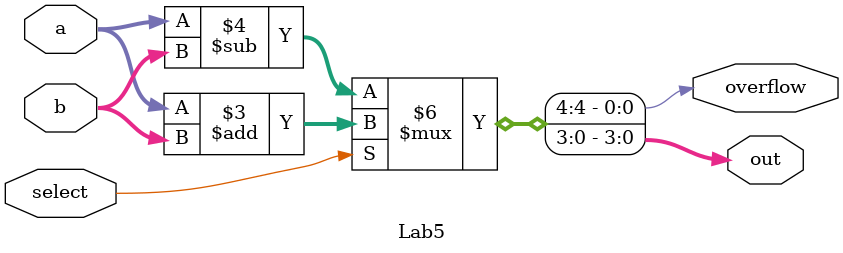
<source format=v>
module Lab5(a, b, select, out, overflow);

input [3:0] a, b;
input select;
output reg [3:0] out;
output reg overflow;

always@(a, b, select)
begin
    if(select == 1)
        {overflow, out} = a+b;
    else // if select == 0
        {overflow, out} = a-b;
end

endmodule
</source>
